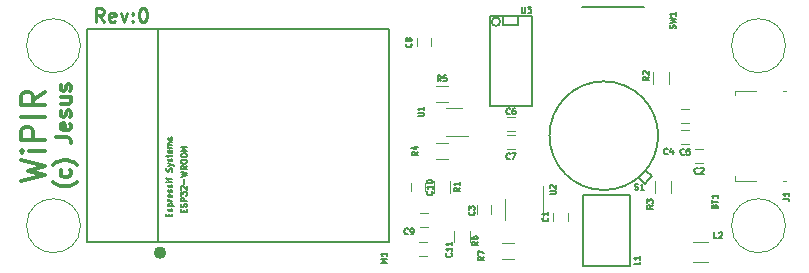
<source format=gto>
G04 #@! TF.FileFunction,Legend,Top*
%FSLAX46Y46*%
G04 Gerber Fmt 4.6, Leading zero omitted, Abs format (unit mm)*
G04 Created by KiCad (PCBNEW 4.0.7-e2-6376~58~ubuntu16.04.1) date Thu Oct 19 04:39:58 2017*
%MOMM*%
%LPD*%
G01*
G04 APERTURE LIST*
%ADD10C,0.100000*%
%ADD11C,0.275000*%
%ADD12C,0.300000*%
%ADD13C,0.120000*%
%ADD14C,0.150000*%
%ADD15C,0.500000*%
%ADD16C,0.127000*%
G04 APERTURE END LIST*
D10*
D11*
X121859858Y-91728857D02*
X121459858Y-91157429D01*
X121174143Y-91728857D02*
X121174143Y-90528857D01*
X121631286Y-90528857D01*
X121745572Y-90586000D01*
X121802715Y-90643143D01*
X121859858Y-90757429D01*
X121859858Y-90928857D01*
X121802715Y-91043143D01*
X121745572Y-91100286D01*
X121631286Y-91157429D01*
X121174143Y-91157429D01*
X122831286Y-91671714D02*
X122717000Y-91728857D01*
X122488429Y-91728857D01*
X122374143Y-91671714D01*
X122317000Y-91557429D01*
X122317000Y-91100286D01*
X122374143Y-90986000D01*
X122488429Y-90928857D01*
X122717000Y-90928857D01*
X122831286Y-90986000D01*
X122888429Y-91100286D01*
X122888429Y-91214571D01*
X122317000Y-91328857D01*
X123288429Y-90928857D02*
X123574143Y-91728857D01*
X123859857Y-90928857D01*
X124317000Y-91614571D02*
X124374143Y-91671714D01*
X124317000Y-91728857D01*
X124259857Y-91671714D01*
X124317000Y-91614571D01*
X124317000Y-91728857D01*
X124317000Y-90986000D02*
X124374143Y-91043143D01*
X124317000Y-91100286D01*
X124259857Y-91043143D01*
X124317000Y-90986000D01*
X124317000Y-91100286D01*
X125117001Y-90528857D02*
X125231286Y-90528857D01*
X125345572Y-90586000D01*
X125402715Y-90643143D01*
X125459858Y-90757429D01*
X125517001Y-90986000D01*
X125517001Y-91271714D01*
X125459858Y-91500286D01*
X125402715Y-91614571D01*
X125345572Y-91671714D01*
X125231286Y-91728857D01*
X125117001Y-91728857D01*
X125002715Y-91671714D01*
X124945572Y-91614571D01*
X124888429Y-91500286D01*
X124831286Y-91271714D01*
X124831286Y-90986000D01*
X124888429Y-90757429D01*
X124945572Y-90643143D01*
X125002715Y-90586000D01*
X125117001Y-90528857D01*
D12*
X119574333Y-105276953D02*
X119512429Y-105338857D01*
X119326714Y-105462667D01*
X119202905Y-105524572D01*
X119017190Y-105586476D01*
X118707667Y-105648381D01*
X118460048Y-105648381D01*
X118150524Y-105586476D01*
X117964810Y-105524572D01*
X117841000Y-105462667D01*
X117655286Y-105338857D01*
X117593381Y-105276953D01*
X119017190Y-104224571D02*
X119079095Y-104348381D01*
X119079095Y-104596000D01*
X119017190Y-104719809D01*
X118955286Y-104781714D01*
X118831476Y-104843619D01*
X118460048Y-104843619D01*
X118336238Y-104781714D01*
X118274333Y-104719809D01*
X118212429Y-104596000D01*
X118212429Y-104348381D01*
X118274333Y-104224571D01*
X119574333Y-103791238D02*
X119512429Y-103729333D01*
X119326714Y-103605523D01*
X119202905Y-103543619D01*
X119017190Y-103481714D01*
X118707667Y-103419809D01*
X118460048Y-103419809D01*
X118150524Y-103481714D01*
X117964810Y-103543619D01*
X117841000Y-103605523D01*
X117655286Y-103729333D01*
X117593381Y-103791238D01*
X117779095Y-101438857D02*
X118707667Y-101438857D01*
X118893381Y-101500761D01*
X119017190Y-101624571D01*
X119079095Y-101810285D01*
X119079095Y-101934095D01*
X119017190Y-100324571D02*
X119079095Y-100448381D01*
X119079095Y-100696000D01*
X119017190Y-100819809D01*
X118893381Y-100881714D01*
X118398143Y-100881714D01*
X118274333Y-100819809D01*
X118212429Y-100696000D01*
X118212429Y-100448381D01*
X118274333Y-100324571D01*
X118398143Y-100262666D01*
X118521952Y-100262666D01*
X118645762Y-100881714D01*
X119017190Y-99767428D02*
X119079095Y-99643618D01*
X119079095Y-99395999D01*
X119017190Y-99272190D01*
X118893381Y-99210285D01*
X118831476Y-99210285D01*
X118707667Y-99272190D01*
X118645762Y-99395999D01*
X118645762Y-99581714D01*
X118583857Y-99705523D01*
X118460048Y-99767428D01*
X118398143Y-99767428D01*
X118274333Y-99705523D01*
X118212429Y-99581714D01*
X118212429Y-99395999D01*
X118274333Y-99272190D01*
X118212429Y-98095999D02*
X119079095Y-98095999D01*
X118212429Y-98653142D02*
X118893381Y-98653142D01*
X119017190Y-98591237D01*
X119079095Y-98467428D01*
X119079095Y-98281714D01*
X119017190Y-98157904D01*
X118955286Y-98095999D01*
X119017190Y-97538857D02*
X119079095Y-97415047D01*
X119079095Y-97167428D01*
X119017190Y-97043619D01*
X118893381Y-96981714D01*
X118831476Y-96981714D01*
X118707667Y-97043619D01*
X118645762Y-97167428D01*
X118645762Y-97353143D01*
X118583857Y-97476952D01*
X118460048Y-97538857D01*
X118398143Y-97538857D01*
X118274333Y-97476952D01*
X118212429Y-97353143D01*
X118212429Y-97167428D01*
X118274333Y-97043619D01*
X114855762Y-105155524D02*
X116855762Y-104679333D01*
X115427190Y-104298381D01*
X116855762Y-103917428D01*
X114855762Y-103441238D01*
X116855762Y-102679334D02*
X115522429Y-102679334D01*
X114855762Y-102679334D02*
X114951000Y-102774572D01*
X115046238Y-102679334D01*
X114951000Y-102584095D01*
X114855762Y-102679334D01*
X115046238Y-102679334D01*
X116855762Y-101726953D02*
X114855762Y-101726953D01*
X114855762Y-100965048D01*
X114951000Y-100774572D01*
X115046238Y-100679333D01*
X115236714Y-100584095D01*
X115522429Y-100584095D01*
X115712905Y-100679333D01*
X115808143Y-100774572D01*
X115903381Y-100965048D01*
X115903381Y-101726953D01*
X116855762Y-99726953D02*
X114855762Y-99726953D01*
X116855762Y-97631714D02*
X115903381Y-98298381D01*
X116855762Y-98774572D02*
X114855762Y-98774572D01*
X114855762Y-98012667D01*
X114951000Y-97822191D01*
X115046238Y-97726952D01*
X115236714Y-97631714D01*
X115522429Y-97631714D01*
X115712905Y-97726952D01*
X115808143Y-97822191D01*
X115903381Y-98012667D01*
X115903381Y-98774572D01*
D13*
X119888000Y-93726000D02*
G75*
G03X119888000Y-93726000I-2286000J0D01*
G01*
X119888000Y-108966000D02*
G75*
G03X119888000Y-108966000I-2286000J0D01*
G01*
X179578000Y-108966000D02*
G75*
G03X179578000Y-108966000I-2286000J0D01*
G01*
X159928000Y-108554000D02*
X159928000Y-107854000D01*
X161128000Y-107854000D02*
X161128000Y-108554000D01*
X172612800Y-103698600D02*
X171912800Y-103698600D01*
X171912800Y-102498600D02*
X172612800Y-102498600D01*
X153425600Y-107944400D02*
X153425600Y-107244400D01*
X154625600Y-107244400D02*
X154625600Y-107944400D01*
X171431700Y-100269600D02*
X170731700Y-100269600D01*
X170731700Y-99069600D02*
X171431700Y-99069600D01*
X171431700Y-102085700D02*
X170731700Y-102085700D01*
X170731700Y-100885700D02*
X171431700Y-100885700D01*
X156687000Y-100930000D02*
X155987000Y-100930000D01*
X155987000Y-99730000D02*
X156687000Y-99730000D01*
X156687000Y-102454000D02*
X155987000Y-102454000D01*
X155987000Y-101254000D02*
X156687000Y-101254000D01*
X149557000Y-93036000D02*
X149557000Y-93736000D01*
X148357000Y-93736000D02*
X148357000Y-93036000D01*
X148621000Y-107858000D02*
X149321000Y-107858000D01*
X149321000Y-109058000D02*
X148621000Y-109058000D01*
X149063000Y-105314000D02*
X149063000Y-106014000D01*
X147863000Y-106014000D02*
X147863000Y-105314000D01*
X149244800Y-111559900D02*
X148544800Y-111559900D01*
X148544800Y-110359900D02*
X149244800Y-110359900D01*
X175321800Y-97536000D02*
X175321800Y-97916000D01*
X179371800Y-97536000D02*
X179631800Y-97536000D01*
X175321800Y-97536000D02*
X177091800Y-97536000D01*
X175321800Y-105156000D02*
X175321800Y-104776000D01*
X177091800Y-105156000D02*
X175321800Y-105156000D01*
X179631800Y-105156000D02*
X179371800Y-105156000D01*
D14*
X166447000Y-106346000D02*
X166447000Y-112346000D01*
X166447000Y-112346000D02*
X162447000Y-112346000D01*
X162447000Y-112346000D02*
X162447000Y-106346000D01*
X162447000Y-106346000D02*
X166447000Y-106346000D01*
D13*
X171789800Y-110308500D02*
X172989800Y-110308500D01*
X172989800Y-112068500D02*
X171789800Y-112068500D01*
D15*
X126902981Y-111252000D02*
G75*
G03X126902981Y-111252000I-283981J0D01*
G01*
D14*
X126473000Y-92346000D02*
X126473000Y-110346000D01*
X120473000Y-110346000D02*
X145973000Y-110346000D01*
X120473000Y-92346000D02*
X145973000Y-92346000D01*
X145973000Y-92346000D02*
X145973000Y-110346000D01*
X120473000Y-92346000D02*
X120473000Y-110346000D01*
D13*
X149815000Y-106164000D02*
X149815000Y-105164000D01*
X151175000Y-105164000D02*
X151175000Y-106164000D01*
X168331600Y-96994600D02*
X168331600Y-95994600D01*
X169691600Y-95994600D02*
X169691600Y-96994600D01*
X169894800Y-105189400D02*
X169894800Y-106189400D01*
X168534800Y-106189400D02*
X168534800Y-105189400D01*
X150995000Y-103296000D02*
X149995000Y-103296000D01*
X149995000Y-101936000D02*
X150995000Y-101936000D01*
X149995000Y-97110000D02*
X150995000Y-97110000D01*
X150995000Y-98470000D02*
X149995000Y-98470000D01*
X151542200Y-110380400D02*
X151542200Y-109380400D01*
X152902200Y-109380400D02*
X152902200Y-110380400D01*
X156597000Y-111801000D02*
X155597000Y-111801000D01*
X155597000Y-110441000D02*
X156597000Y-110441000D01*
D14*
X167945760Y-105096000D02*
X168245760Y-104796000D01*
X168245760Y-104796000D02*
X167745760Y-104296000D01*
X167945760Y-105096000D02*
X167645760Y-105396000D01*
X167645760Y-105396000D02*
X167145760Y-104896000D01*
X168795760Y-101346000D02*
G75*
G03X168795760Y-101346000I-4600000J0D01*
G01*
D13*
X155862000Y-106721000D02*
X155862000Y-108521000D01*
X159082000Y-108521000D02*
X159082000Y-105571000D01*
D14*
X158115000Y-98806000D02*
X158115000Y-91186000D01*
X154559000Y-91186000D02*
X154559000Y-98806000D01*
X158115000Y-98806000D02*
X154559000Y-98806000D01*
X154559000Y-91186000D02*
X158115000Y-91186000D01*
X155426210Y-91694000D02*
G75*
G03X155426210Y-91694000I-359210J0D01*
G01*
X156972000Y-91186000D02*
X156972000Y-91948000D01*
X156972000Y-91948000D02*
X155702000Y-91948000D01*
X155702000Y-91948000D02*
X155702000Y-91186000D01*
D13*
X179578000Y-93726000D02*
G75*
G03X179578000Y-93726000I-2286000J0D01*
G01*
X150817000Y-101346000D02*
X152717000Y-101346000D01*
X152217000Y-99026000D02*
X150817000Y-99026000D01*
D14*
X167598600Y-90460600D02*
X162315400Y-90460600D01*
D16*
X159459429Y-108288667D02*
X159483619Y-108312857D01*
X159507810Y-108385429D01*
X159507810Y-108433810D01*
X159483619Y-108506381D01*
X159435238Y-108554762D01*
X159386857Y-108578953D01*
X159290095Y-108603143D01*
X159217524Y-108603143D01*
X159120762Y-108578953D01*
X159072381Y-108554762D01*
X159024000Y-108506381D01*
X158999810Y-108433810D01*
X158999810Y-108385429D01*
X159024000Y-108312857D01*
X159048190Y-108288667D01*
X159507810Y-107804857D02*
X159507810Y-108095143D01*
X159507810Y-107950000D02*
X158999810Y-107950000D01*
X159072381Y-107998381D01*
X159120762Y-108046762D01*
X159144952Y-108095143D01*
X172178133Y-104530029D02*
X172153943Y-104554219D01*
X172081371Y-104578410D01*
X172032990Y-104578410D01*
X171960419Y-104554219D01*
X171912038Y-104505838D01*
X171887847Y-104457457D01*
X171863657Y-104360695D01*
X171863657Y-104288124D01*
X171887847Y-104191362D01*
X171912038Y-104142981D01*
X171960419Y-104094600D01*
X172032990Y-104070410D01*
X172081371Y-104070410D01*
X172153943Y-104094600D01*
X172178133Y-104118790D01*
X172371657Y-104118790D02*
X172395847Y-104094600D01*
X172444228Y-104070410D01*
X172565181Y-104070410D01*
X172613562Y-104094600D01*
X172637752Y-104118790D01*
X172661943Y-104167171D01*
X172661943Y-104215552D01*
X172637752Y-104288124D01*
X172347466Y-104578410D01*
X172661943Y-104578410D01*
X153216429Y-107780667D02*
X153240619Y-107804857D01*
X153264810Y-107877429D01*
X153264810Y-107925810D01*
X153240619Y-107998381D01*
X153192238Y-108046762D01*
X153143857Y-108070953D01*
X153047095Y-108095143D01*
X152974524Y-108095143D01*
X152877762Y-108070953D01*
X152829381Y-108046762D01*
X152781000Y-107998381D01*
X152756810Y-107925810D01*
X152756810Y-107877429D01*
X152781000Y-107804857D01*
X152805190Y-107780667D01*
X152756810Y-107611334D02*
X152756810Y-107296857D01*
X152950333Y-107466191D01*
X152950333Y-107393619D01*
X152974524Y-107345238D01*
X152998714Y-107321048D01*
X153047095Y-107296857D01*
X153168048Y-107296857D01*
X153216429Y-107321048D01*
X153240619Y-107345238D01*
X153264810Y-107393619D01*
X153264810Y-107538762D01*
X153240619Y-107587143D01*
X153216429Y-107611334D01*
X169592333Y-102877429D02*
X169568143Y-102901619D01*
X169495571Y-102925810D01*
X169447190Y-102925810D01*
X169374619Y-102901619D01*
X169326238Y-102853238D01*
X169302047Y-102804857D01*
X169277857Y-102708095D01*
X169277857Y-102635524D01*
X169302047Y-102538762D01*
X169326238Y-102490381D01*
X169374619Y-102442000D01*
X169447190Y-102417810D01*
X169495571Y-102417810D01*
X169568143Y-102442000D01*
X169592333Y-102466190D01*
X170027762Y-102587143D02*
X170027762Y-102925810D01*
X169906809Y-102393619D02*
X169785857Y-102756476D01*
X170100333Y-102756476D01*
X170997033Y-102917129D02*
X170972843Y-102941319D01*
X170900271Y-102965510D01*
X170851890Y-102965510D01*
X170779319Y-102941319D01*
X170730938Y-102892938D01*
X170706747Y-102844557D01*
X170682557Y-102747795D01*
X170682557Y-102675224D01*
X170706747Y-102578462D01*
X170730938Y-102530081D01*
X170779319Y-102481700D01*
X170851890Y-102457510D01*
X170900271Y-102457510D01*
X170972843Y-102481700D01*
X170997033Y-102505890D01*
X171456652Y-102457510D02*
X171214747Y-102457510D01*
X171190557Y-102699414D01*
X171214747Y-102675224D01*
X171263128Y-102651033D01*
X171384081Y-102651033D01*
X171432462Y-102675224D01*
X171456652Y-102699414D01*
X171480843Y-102747795D01*
X171480843Y-102868748D01*
X171456652Y-102917129D01*
X171432462Y-102941319D01*
X171384081Y-102965510D01*
X171263128Y-102965510D01*
X171214747Y-102941319D01*
X171190557Y-102917129D01*
X156252333Y-99495429D02*
X156228143Y-99519619D01*
X156155571Y-99543810D01*
X156107190Y-99543810D01*
X156034619Y-99519619D01*
X155986238Y-99471238D01*
X155962047Y-99422857D01*
X155937857Y-99326095D01*
X155937857Y-99253524D01*
X155962047Y-99156762D01*
X155986238Y-99108381D01*
X156034619Y-99060000D01*
X156107190Y-99035810D01*
X156155571Y-99035810D01*
X156228143Y-99060000D01*
X156252333Y-99084190D01*
X156687762Y-99035810D02*
X156591000Y-99035810D01*
X156542619Y-99060000D01*
X156518428Y-99084190D01*
X156470047Y-99156762D01*
X156445857Y-99253524D01*
X156445857Y-99447048D01*
X156470047Y-99495429D01*
X156494238Y-99519619D01*
X156542619Y-99543810D01*
X156639381Y-99543810D01*
X156687762Y-99519619D01*
X156711952Y-99495429D01*
X156736143Y-99447048D01*
X156736143Y-99326095D01*
X156711952Y-99277714D01*
X156687762Y-99253524D01*
X156639381Y-99229333D01*
X156542619Y-99229333D01*
X156494238Y-99253524D01*
X156470047Y-99277714D01*
X156445857Y-99326095D01*
X156252333Y-103305429D02*
X156228143Y-103329619D01*
X156155571Y-103353810D01*
X156107190Y-103353810D01*
X156034619Y-103329619D01*
X155986238Y-103281238D01*
X155962047Y-103232857D01*
X155937857Y-103136095D01*
X155937857Y-103063524D01*
X155962047Y-102966762D01*
X155986238Y-102918381D01*
X156034619Y-102870000D01*
X156107190Y-102845810D01*
X156155571Y-102845810D01*
X156228143Y-102870000D01*
X156252333Y-102894190D01*
X156421666Y-102845810D02*
X156760333Y-102845810D01*
X156542619Y-103353810D01*
X147882429Y-93556667D02*
X147906619Y-93580857D01*
X147930810Y-93653429D01*
X147930810Y-93701810D01*
X147906619Y-93774381D01*
X147858238Y-93822762D01*
X147809857Y-93846953D01*
X147713095Y-93871143D01*
X147640524Y-93871143D01*
X147543762Y-93846953D01*
X147495381Y-93822762D01*
X147447000Y-93774381D01*
X147422810Y-93701810D01*
X147422810Y-93653429D01*
X147447000Y-93580857D01*
X147471190Y-93556667D01*
X147640524Y-93266381D02*
X147616333Y-93314762D01*
X147592143Y-93338953D01*
X147543762Y-93363143D01*
X147519571Y-93363143D01*
X147471190Y-93338953D01*
X147447000Y-93314762D01*
X147422810Y-93266381D01*
X147422810Y-93169619D01*
X147447000Y-93121238D01*
X147471190Y-93097048D01*
X147519571Y-93072857D01*
X147543762Y-93072857D01*
X147592143Y-93097048D01*
X147616333Y-93121238D01*
X147640524Y-93169619D01*
X147640524Y-93266381D01*
X147664714Y-93314762D01*
X147688905Y-93338953D01*
X147737286Y-93363143D01*
X147834048Y-93363143D01*
X147882429Y-93338953D01*
X147906619Y-93314762D01*
X147930810Y-93266381D01*
X147930810Y-93169619D01*
X147906619Y-93121238D01*
X147882429Y-93097048D01*
X147834048Y-93072857D01*
X147737286Y-93072857D01*
X147688905Y-93097048D01*
X147664714Y-93121238D01*
X147640524Y-93169619D01*
X147616333Y-109655429D02*
X147592143Y-109679619D01*
X147519571Y-109703810D01*
X147471190Y-109703810D01*
X147398619Y-109679619D01*
X147350238Y-109631238D01*
X147326047Y-109582857D01*
X147301857Y-109486095D01*
X147301857Y-109413524D01*
X147326047Y-109316762D01*
X147350238Y-109268381D01*
X147398619Y-109220000D01*
X147471190Y-109195810D01*
X147519571Y-109195810D01*
X147592143Y-109220000D01*
X147616333Y-109244190D01*
X147858238Y-109703810D02*
X147955000Y-109703810D01*
X148003381Y-109679619D01*
X148027571Y-109655429D01*
X148075952Y-109582857D01*
X148100143Y-109486095D01*
X148100143Y-109292571D01*
X148075952Y-109244190D01*
X148051762Y-109220000D01*
X148003381Y-109195810D01*
X147906619Y-109195810D01*
X147858238Y-109220000D01*
X147834047Y-109244190D01*
X147809857Y-109292571D01*
X147809857Y-109413524D01*
X147834047Y-109461905D01*
X147858238Y-109486095D01*
X147906619Y-109510286D01*
X148003381Y-109510286D01*
X148051762Y-109486095D01*
X148075952Y-109461905D01*
X148100143Y-109413524D01*
X149658429Y-106062572D02*
X149682619Y-106086762D01*
X149706810Y-106159334D01*
X149706810Y-106207715D01*
X149682619Y-106280286D01*
X149634238Y-106328667D01*
X149585857Y-106352858D01*
X149489095Y-106377048D01*
X149416524Y-106377048D01*
X149319762Y-106352858D01*
X149271381Y-106328667D01*
X149223000Y-106280286D01*
X149198810Y-106207715D01*
X149198810Y-106159334D01*
X149223000Y-106086762D01*
X149247190Y-106062572D01*
X149706810Y-105578762D02*
X149706810Y-105869048D01*
X149706810Y-105723905D02*
X149198810Y-105723905D01*
X149271381Y-105772286D01*
X149319762Y-105820667D01*
X149343952Y-105869048D01*
X149198810Y-105264286D02*
X149198810Y-105215905D01*
X149223000Y-105167524D01*
X149247190Y-105143333D01*
X149295571Y-105119143D01*
X149392333Y-105094952D01*
X149513286Y-105094952D01*
X149610048Y-105119143D01*
X149658429Y-105143333D01*
X149682619Y-105167524D01*
X149706810Y-105215905D01*
X149706810Y-105264286D01*
X149682619Y-105312667D01*
X149658429Y-105336857D01*
X149610048Y-105361048D01*
X149513286Y-105385238D01*
X149392333Y-105385238D01*
X149295571Y-105361048D01*
X149247190Y-105336857D01*
X149223000Y-105312667D01*
X149198810Y-105264286D01*
X151288429Y-111302572D02*
X151312619Y-111326762D01*
X151336810Y-111399334D01*
X151336810Y-111447715D01*
X151312619Y-111520286D01*
X151264238Y-111568667D01*
X151215857Y-111592858D01*
X151119095Y-111617048D01*
X151046524Y-111617048D01*
X150949762Y-111592858D01*
X150901381Y-111568667D01*
X150853000Y-111520286D01*
X150828810Y-111447715D01*
X150828810Y-111399334D01*
X150853000Y-111326762D01*
X150877190Y-111302572D01*
X151336810Y-110818762D02*
X151336810Y-111109048D01*
X151336810Y-110963905D02*
X150828810Y-110963905D01*
X150901381Y-111012286D01*
X150949762Y-111060667D01*
X150973952Y-111109048D01*
X151336810Y-110334952D02*
X151336810Y-110625238D01*
X151336810Y-110480095D02*
X150828810Y-110480095D01*
X150901381Y-110528476D01*
X150949762Y-110576857D01*
X150973952Y-110625238D01*
X179388810Y-106685334D02*
X179751667Y-106685334D01*
X179824238Y-106709524D01*
X179872619Y-106757905D01*
X179896810Y-106830477D01*
X179896810Y-106878858D01*
X179896810Y-106177333D02*
X179896810Y-106467619D01*
X179896810Y-106322476D02*
X179388810Y-106322476D01*
X179461381Y-106370857D01*
X179509762Y-106419238D01*
X179533952Y-106467619D01*
X167256810Y-112000667D02*
X167256810Y-112242572D01*
X166748810Y-112242572D01*
X167256810Y-111565238D02*
X167256810Y-111855524D01*
X167256810Y-111710381D02*
X166748810Y-111710381D01*
X166821381Y-111758762D01*
X166869762Y-111807143D01*
X166893952Y-111855524D01*
X173792333Y-110035810D02*
X173550428Y-110035810D01*
X173550428Y-109527810D01*
X173937476Y-109576190D02*
X173961666Y-109552000D01*
X174010047Y-109527810D01*
X174131000Y-109527810D01*
X174179381Y-109552000D01*
X174203571Y-109576190D01*
X174227762Y-109624571D01*
X174227762Y-109672952D01*
X174203571Y-109745524D01*
X173913285Y-110035810D01*
X174227762Y-110035810D01*
X145826810Y-112107238D02*
X145318810Y-112107238D01*
X145681667Y-111937904D01*
X145318810Y-111768571D01*
X145826810Y-111768571D01*
X145826810Y-111260571D02*
X145826810Y-111550857D01*
X145826810Y-111405714D02*
X145318810Y-111405714D01*
X145391381Y-111454095D01*
X145439762Y-111502476D01*
X145463952Y-111550857D01*
X127410714Y-108184287D02*
X127410714Y-108014953D01*
X127676810Y-107942382D02*
X127676810Y-108184287D01*
X127168810Y-108184287D01*
X127168810Y-107942382D01*
X127652619Y-107748858D02*
X127676810Y-107700477D01*
X127676810Y-107603715D01*
X127652619Y-107555334D01*
X127604238Y-107531144D01*
X127580048Y-107531144D01*
X127531667Y-107555334D01*
X127507476Y-107603715D01*
X127507476Y-107676287D01*
X127483286Y-107724668D01*
X127434905Y-107748858D01*
X127410714Y-107748858D01*
X127362333Y-107724668D01*
X127338143Y-107676287D01*
X127338143Y-107603715D01*
X127362333Y-107555334D01*
X127338143Y-107313430D02*
X127846143Y-107313430D01*
X127362333Y-107313430D02*
X127338143Y-107265049D01*
X127338143Y-107168287D01*
X127362333Y-107119906D01*
X127386524Y-107095715D01*
X127434905Y-107071525D01*
X127580048Y-107071525D01*
X127628429Y-107095715D01*
X127652619Y-107119906D01*
X127676810Y-107168287D01*
X127676810Y-107265049D01*
X127652619Y-107313430D01*
X127676810Y-106853811D02*
X127338143Y-106853811D01*
X127434905Y-106853811D02*
X127386524Y-106829620D01*
X127362333Y-106805430D01*
X127338143Y-106757049D01*
X127338143Y-106708668D01*
X127652619Y-106345811D02*
X127676810Y-106394192D01*
X127676810Y-106490954D01*
X127652619Y-106539335D01*
X127604238Y-106563525D01*
X127410714Y-106563525D01*
X127362333Y-106539335D01*
X127338143Y-106490954D01*
X127338143Y-106394192D01*
X127362333Y-106345811D01*
X127410714Y-106321620D01*
X127459095Y-106321620D01*
X127507476Y-106563525D01*
X127652619Y-106128096D02*
X127676810Y-106079715D01*
X127676810Y-105982953D01*
X127652619Y-105934572D01*
X127604238Y-105910382D01*
X127580048Y-105910382D01*
X127531667Y-105934572D01*
X127507476Y-105982953D01*
X127507476Y-106055525D01*
X127483286Y-106103906D01*
X127434905Y-106128096D01*
X127410714Y-106128096D01*
X127362333Y-106103906D01*
X127338143Y-106055525D01*
X127338143Y-105982953D01*
X127362333Y-105934572D01*
X127652619Y-105716858D02*
X127676810Y-105668477D01*
X127676810Y-105571715D01*
X127652619Y-105523334D01*
X127604238Y-105499144D01*
X127580048Y-105499144D01*
X127531667Y-105523334D01*
X127507476Y-105571715D01*
X127507476Y-105644287D01*
X127483286Y-105692668D01*
X127434905Y-105716858D01*
X127410714Y-105716858D01*
X127362333Y-105692668D01*
X127338143Y-105644287D01*
X127338143Y-105571715D01*
X127362333Y-105523334D01*
X127676810Y-105281430D02*
X127338143Y-105281430D01*
X127168810Y-105281430D02*
X127193000Y-105305620D01*
X127217190Y-105281430D01*
X127193000Y-105257239D01*
X127168810Y-105281430D01*
X127217190Y-105281430D01*
X127338143Y-105112096D02*
X127338143Y-104918572D01*
X127676810Y-105039525D02*
X127241381Y-105039525D01*
X127193000Y-105015334D01*
X127168810Y-104966953D01*
X127168810Y-104918572D01*
X127652619Y-104386381D02*
X127676810Y-104313810D01*
X127676810Y-104192857D01*
X127652619Y-104144476D01*
X127628429Y-104120286D01*
X127580048Y-104096095D01*
X127531667Y-104096095D01*
X127483286Y-104120286D01*
X127459095Y-104144476D01*
X127434905Y-104192857D01*
X127410714Y-104289619D01*
X127386524Y-104338000D01*
X127362333Y-104362191D01*
X127313952Y-104386381D01*
X127265571Y-104386381D01*
X127217190Y-104362191D01*
X127193000Y-104338000D01*
X127168810Y-104289619D01*
X127168810Y-104168667D01*
X127193000Y-104096095D01*
X127338143Y-103926762D02*
X127676810Y-103805809D01*
X127338143Y-103684857D02*
X127676810Y-103805809D01*
X127797762Y-103854190D01*
X127821952Y-103878381D01*
X127846143Y-103926762D01*
X127652619Y-103515523D02*
X127676810Y-103467142D01*
X127676810Y-103370380D01*
X127652619Y-103321999D01*
X127604238Y-103297809D01*
X127580048Y-103297809D01*
X127531667Y-103321999D01*
X127507476Y-103370380D01*
X127507476Y-103442952D01*
X127483286Y-103491333D01*
X127434905Y-103515523D01*
X127410714Y-103515523D01*
X127362333Y-103491333D01*
X127338143Y-103442952D01*
X127338143Y-103370380D01*
X127362333Y-103321999D01*
X127338143Y-103152666D02*
X127338143Y-102959142D01*
X127168810Y-103080095D02*
X127604238Y-103080095D01*
X127652619Y-103055904D01*
X127676810Y-103007523D01*
X127676810Y-102959142D01*
X127652619Y-102596285D02*
X127676810Y-102644666D01*
X127676810Y-102741428D01*
X127652619Y-102789809D01*
X127604238Y-102813999D01*
X127410714Y-102813999D01*
X127362333Y-102789809D01*
X127338143Y-102741428D01*
X127338143Y-102644666D01*
X127362333Y-102596285D01*
X127410714Y-102572094D01*
X127459095Y-102572094D01*
X127507476Y-102813999D01*
X127676810Y-102354380D02*
X127338143Y-102354380D01*
X127386524Y-102354380D02*
X127362333Y-102330189D01*
X127338143Y-102281808D01*
X127338143Y-102209237D01*
X127362333Y-102160856D01*
X127410714Y-102136665D01*
X127676810Y-102136665D01*
X127410714Y-102136665D02*
X127362333Y-102112475D01*
X127338143Y-102064094D01*
X127338143Y-101991522D01*
X127362333Y-101943142D01*
X127410714Y-101918951D01*
X127676810Y-101918951D01*
X127652619Y-101701237D02*
X127676810Y-101652856D01*
X127676810Y-101556094D01*
X127652619Y-101507713D01*
X127604238Y-101483523D01*
X127580048Y-101483523D01*
X127531667Y-101507713D01*
X127507476Y-101556094D01*
X127507476Y-101628666D01*
X127483286Y-101677047D01*
X127434905Y-101701237D01*
X127410714Y-101701237D01*
X127362333Y-101677047D01*
X127338143Y-101628666D01*
X127338143Y-101556094D01*
X127362333Y-101507713D01*
X128610714Y-107815809D02*
X128610714Y-107646475D01*
X128876810Y-107573904D02*
X128876810Y-107815809D01*
X128368810Y-107815809D01*
X128368810Y-107573904D01*
X128852619Y-107380380D02*
X128876810Y-107307809D01*
X128876810Y-107186856D01*
X128852619Y-107138475D01*
X128828429Y-107114285D01*
X128780048Y-107090094D01*
X128731667Y-107090094D01*
X128683286Y-107114285D01*
X128659095Y-107138475D01*
X128634905Y-107186856D01*
X128610714Y-107283618D01*
X128586524Y-107331999D01*
X128562333Y-107356190D01*
X128513952Y-107380380D01*
X128465571Y-107380380D01*
X128417190Y-107356190D01*
X128393000Y-107331999D01*
X128368810Y-107283618D01*
X128368810Y-107162666D01*
X128393000Y-107090094D01*
X128876810Y-106872380D02*
X128368810Y-106872380D01*
X128368810Y-106678856D01*
X128393000Y-106630475D01*
X128417190Y-106606284D01*
X128465571Y-106582094D01*
X128538143Y-106582094D01*
X128586524Y-106606284D01*
X128610714Y-106630475D01*
X128634905Y-106678856D01*
X128634905Y-106872380D01*
X128368810Y-106412761D02*
X128368810Y-106098284D01*
X128562333Y-106267618D01*
X128562333Y-106195046D01*
X128586524Y-106146665D01*
X128610714Y-106122475D01*
X128659095Y-106098284D01*
X128780048Y-106098284D01*
X128828429Y-106122475D01*
X128852619Y-106146665D01*
X128876810Y-106195046D01*
X128876810Y-106340189D01*
X128852619Y-106388570D01*
X128828429Y-106412761D01*
X128417190Y-105904760D02*
X128393000Y-105880570D01*
X128368810Y-105832189D01*
X128368810Y-105711236D01*
X128393000Y-105662855D01*
X128417190Y-105638665D01*
X128465571Y-105614474D01*
X128513952Y-105614474D01*
X128586524Y-105638665D01*
X128876810Y-105928951D01*
X128876810Y-105614474D01*
X128683286Y-105396760D02*
X128683286Y-105009712D01*
X128368810Y-104816189D02*
X128876810Y-104695236D01*
X128513952Y-104598474D01*
X128876810Y-104501712D01*
X128368810Y-104380760D01*
X128876810Y-103896951D02*
X128634905Y-104066284D01*
X128876810Y-104187237D02*
X128368810Y-104187237D01*
X128368810Y-103993713D01*
X128393000Y-103945332D01*
X128417190Y-103921141D01*
X128465571Y-103896951D01*
X128538143Y-103896951D01*
X128586524Y-103921141D01*
X128610714Y-103945332D01*
X128634905Y-103993713D01*
X128634905Y-104187237D01*
X128368810Y-103582475D02*
X128368810Y-103485713D01*
X128393000Y-103437332D01*
X128441381Y-103388951D01*
X128538143Y-103364760D01*
X128707476Y-103364760D01*
X128804238Y-103388951D01*
X128852619Y-103437332D01*
X128876810Y-103485713D01*
X128876810Y-103582475D01*
X128852619Y-103630856D01*
X128804238Y-103679237D01*
X128707476Y-103703427D01*
X128538143Y-103703427D01*
X128441381Y-103679237D01*
X128393000Y-103630856D01*
X128368810Y-103582475D01*
X128368810Y-103050285D02*
X128368810Y-102953523D01*
X128393000Y-102905142D01*
X128441381Y-102856761D01*
X128538143Y-102832570D01*
X128707476Y-102832570D01*
X128804238Y-102856761D01*
X128852619Y-102905142D01*
X128876810Y-102953523D01*
X128876810Y-103050285D01*
X128852619Y-103098666D01*
X128804238Y-103147047D01*
X128707476Y-103171237D01*
X128538143Y-103171237D01*
X128441381Y-103147047D01*
X128393000Y-103098666D01*
X128368810Y-103050285D01*
X128876810Y-102614857D02*
X128368810Y-102614857D01*
X128731667Y-102445523D01*
X128368810Y-102276190D01*
X128876810Y-102276190D01*
X151994810Y-105748667D02*
X151752905Y-105918000D01*
X151994810Y-106038953D02*
X151486810Y-106038953D01*
X151486810Y-105845429D01*
X151511000Y-105797048D01*
X151535190Y-105772857D01*
X151583571Y-105748667D01*
X151656143Y-105748667D01*
X151704524Y-105772857D01*
X151728714Y-105797048D01*
X151752905Y-105845429D01*
X151752905Y-106038953D01*
X151994810Y-105264857D02*
X151994810Y-105555143D01*
X151994810Y-105410000D02*
X151486810Y-105410000D01*
X151559381Y-105458381D01*
X151607762Y-105506762D01*
X151631952Y-105555143D01*
X167996810Y-96350667D02*
X167754905Y-96520000D01*
X167996810Y-96640953D02*
X167488810Y-96640953D01*
X167488810Y-96447429D01*
X167513000Y-96399048D01*
X167537190Y-96374857D01*
X167585571Y-96350667D01*
X167658143Y-96350667D01*
X167706524Y-96374857D01*
X167730714Y-96399048D01*
X167754905Y-96447429D01*
X167754905Y-96640953D01*
X167537190Y-96157143D02*
X167513000Y-96132953D01*
X167488810Y-96084572D01*
X167488810Y-95963619D01*
X167513000Y-95915238D01*
X167537190Y-95891048D01*
X167585571Y-95866857D01*
X167633952Y-95866857D01*
X167706524Y-95891048D01*
X167996810Y-96181334D01*
X167996810Y-95866857D01*
X168356810Y-107230667D02*
X168114905Y-107400000D01*
X168356810Y-107520953D02*
X167848810Y-107520953D01*
X167848810Y-107327429D01*
X167873000Y-107279048D01*
X167897190Y-107254857D01*
X167945571Y-107230667D01*
X168018143Y-107230667D01*
X168066524Y-107254857D01*
X168090714Y-107279048D01*
X168114905Y-107327429D01*
X168114905Y-107520953D01*
X167848810Y-107061334D02*
X167848810Y-106746857D01*
X168042333Y-106916191D01*
X168042333Y-106843619D01*
X168066524Y-106795238D01*
X168090714Y-106771048D01*
X168139095Y-106746857D01*
X168260048Y-106746857D01*
X168308429Y-106771048D01*
X168332619Y-106795238D01*
X168356810Y-106843619D01*
X168356810Y-106988762D01*
X168332619Y-107037143D01*
X168308429Y-107061334D01*
X148438810Y-102700667D02*
X148196905Y-102870000D01*
X148438810Y-102990953D02*
X147930810Y-102990953D01*
X147930810Y-102797429D01*
X147955000Y-102749048D01*
X147979190Y-102724857D01*
X148027571Y-102700667D01*
X148100143Y-102700667D01*
X148148524Y-102724857D01*
X148172714Y-102749048D01*
X148196905Y-102797429D01*
X148196905Y-102990953D01*
X148100143Y-102265238D02*
X148438810Y-102265238D01*
X147906619Y-102386191D02*
X148269476Y-102507143D01*
X148269476Y-102192667D01*
X150410333Y-96749810D02*
X150241000Y-96507905D01*
X150120047Y-96749810D02*
X150120047Y-96241810D01*
X150313571Y-96241810D01*
X150361952Y-96266000D01*
X150386143Y-96290190D01*
X150410333Y-96338571D01*
X150410333Y-96411143D01*
X150386143Y-96459524D01*
X150361952Y-96483714D01*
X150313571Y-96507905D01*
X150120047Y-96507905D01*
X150869952Y-96241810D02*
X150628047Y-96241810D01*
X150603857Y-96483714D01*
X150628047Y-96459524D01*
X150676428Y-96435333D01*
X150797381Y-96435333D01*
X150845762Y-96459524D01*
X150869952Y-96483714D01*
X150894143Y-96532095D01*
X150894143Y-96653048D01*
X150869952Y-96701429D01*
X150845762Y-96725619D01*
X150797381Y-96749810D01*
X150676428Y-96749810D01*
X150628047Y-96725619D01*
X150603857Y-96701429D01*
X153518810Y-110320667D02*
X153276905Y-110490000D01*
X153518810Y-110610953D02*
X153010810Y-110610953D01*
X153010810Y-110417429D01*
X153035000Y-110369048D01*
X153059190Y-110344857D01*
X153107571Y-110320667D01*
X153180143Y-110320667D01*
X153228524Y-110344857D01*
X153252714Y-110369048D01*
X153276905Y-110417429D01*
X153276905Y-110610953D01*
X153010810Y-109885238D02*
X153010810Y-109982000D01*
X153035000Y-110030381D01*
X153059190Y-110054572D01*
X153131762Y-110102953D01*
X153228524Y-110127143D01*
X153422048Y-110127143D01*
X153470429Y-110102953D01*
X153494619Y-110078762D01*
X153518810Y-110030381D01*
X153518810Y-109933619D01*
X153494619Y-109885238D01*
X153470429Y-109861048D01*
X153422048Y-109836857D01*
X153301095Y-109836857D01*
X153252714Y-109861048D01*
X153228524Y-109885238D01*
X153204333Y-109933619D01*
X153204333Y-110030381D01*
X153228524Y-110078762D01*
X153252714Y-110102953D01*
X153301095Y-110127143D01*
X154026810Y-111590667D02*
X153784905Y-111760000D01*
X154026810Y-111880953D02*
X153518810Y-111880953D01*
X153518810Y-111687429D01*
X153543000Y-111639048D01*
X153567190Y-111614857D01*
X153615571Y-111590667D01*
X153688143Y-111590667D01*
X153736524Y-111614857D01*
X153760714Y-111639048D01*
X153784905Y-111687429D01*
X153784905Y-111880953D01*
X153518810Y-111421334D02*
X153518810Y-111082667D01*
X154026810Y-111300381D01*
X166819952Y-105891619D02*
X166892523Y-105915810D01*
X167013476Y-105915810D01*
X167061857Y-105891619D01*
X167086047Y-105867429D01*
X167110238Y-105819048D01*
X167110238Y-105770667D01*
X167086047Y-105722286D01*
X167061857Y-105698095D01*
X167013476Y-105673905D01*
X166916714Y-105649714D01*
X166868333Y-105625524D01*
X166844142Y-105601333D01*
X166819952Y-105552952D01*
X166819952Y-105504571D01*
X166844142Y-105456190D01*
X166868333Y-105432000D01*
X166916714Y-105407810D01*
X167037666Y-105407810D01*
X167110238Y-105432000D01*
X167594048Y-105915810D02*
X167303762Y-105915810D01*
X167448905Y-105915810D02*
X167448905Y-105407810D01*
X167400524Y-105480381D01*
X167352143Y-105528762D01*
X167303762Y-105552952D01*
X159614810Y-106305048D02*
X160026048Y-106305048D01*
X160074429Y-106280857D01*
X160098619Y-106256667D01*
X160122810Y-106208286D01*
X160122810Y-106111524D01*
X160098619Y-106063143D01*
X160074429Y-106038952D01*
X160026048Y-106014762D01*
X159614810Y-106014762D01*
X159663190Y-105797048D02*
X159639000Y-105772858D01*
X159614810Y-105724477D01*
X159614810Y-105603524D01*
X159639000Y-105555143D01*
X159663190Y-105530953D01*
X159711571Y-105506762D01*
X159759952Y-105506762D01*
X159832524Y-105530953D01*
X160122810Y-105821239D01*
X160122810Y-105506762D01*
X157269952Y-90457810D02*
X157269952Y-90869048D01*
X157294143Y-90917429D01*
X157318333Y-90941619D01*
X157366714Y-90965810D01*
X157463476Y-90965810D01*
X157511857Y-90941619D01*
X157536048Y-90917429D01*
X157560238Y-90869048D01*
X157560238Y-90457810D01*
X157753761Y-90457810D02*
X158068238Y-90457810D01*
X157898904Y-90651333D01*
X157971476Y-90651333D01*
X158019857Y-90675524D01*
X158044047Y-90699714D01*
X158068238Y-90748095D01*
X158068238Y-90869048D01*
X158044047Y-90917429D01*
X158019857Y-90941619D01*
X157971476Y-90965810D01*
X157826333Y-90965810D01*
X157777952Y-90941619D01*
X157753761Y-90917429D01*
X173572714Y-107333143D02*
X173596905Y-107260572D01*
X173621095Y-107236381D01*
X173669476Y-107212191D01*
X173742048Y-107212191D01*
X173790429Y-107236381D01*
X173814619Y-107260572D01*
X173838810Y-107308953D01*
X173838810Y-107502477D01*
X173330810Y-107502477D01*
X173330810Y-107333143D01*
X173355000Y-107284762D01*
X173379190Y-107260572D01*
X173427571Y-107236381D01*
X173475952Y-107236381D01*
X173524333Y-107260572D01*
X173548524Y-107284762D01*
X173572714Y-107333143D01*
X173572714Y-107502477D01*
X173330810Y-107067048D02*
X173330810Y-106776762D01*
X173838810Y-106921905D02*
X173330810Y-106921905D01*
X173838810Y-106341333D02*
X173838810Y-106631619D01*
X173838810Y-106486476D02*
X173330810Y-106486476D01*
X173403381Y-106534857D01*
X173451762Y-106583238D01*
X173475952Y-106631619D01*
X148438810Y-99701048D02*
X148850048Y-99701048D01*
X148898429Y-99676857D01*
X148922619Y-99652667D01*
X148946810Y-99604286D01*
X148946810Y-99507524D01*
X148922619Y-99459143D01*
X148898429Y-99434952D01*
X148850048Y-99410762D01*
X148438810Y-99410762D01*
X148946810Y-98902762D02*
X148946810Y-99193048D01*
X148946810Y-99047905D02*
X148438810Y-99047905D01*
X148511381Y-99096286D01*
X148559762Y-99144667D01*
X148583952Y-99193048D01*
X170258619Y-92269733D02*
X170282810Y-92197162D01*
X170282810Y-92076209D01*
X170258619Y-92027828D01*
X170234429Y-92003638D01*
X170186048Y-91979447D01*
X170137667Y-91979447D01*
X170089286Y-92003638D01*
X170065095Y-92027828D01*
X170040905Y-92076209D01*
X170016714Y-92172971D01*
X169992524Y-92221352D01*
X169968333Y-92245543D01*
X169919952Y-92269733D01*
X169871571Y-92269733D01*
X169823190Y-92245543D01*
X169799000Y-92221352D01*
X169774810Y-92172971D01*
X169774810Y-92052019D01*
X169799000Y-91979447D01*
X169774810Y-91810114D02*
X170282810Y-91689161D01*
X169919952Y-91592399D01*
X170282810Y-91495637D01*
X169774810Y-91374685D01*
X170282810Y-90915066D02*
X170282810Y-91205352D01*
X170282810Y-91060209D02*
X169774810Y-91060209D01*
X169847381Y-91108590D01*
X169895762Y-91156971D01*
X169919952Y-91205352D01*
M02*

</source>
